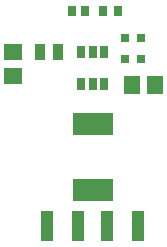
<source format=gtp>
G04*
G04 #@! TF.GenerationSoftware,Altium Limited,Altium Designer,20.1.14 (287)*
G04*
G04 Layer_Color=8421504*
%FSLAX25Y25*%
%MOIN*%
G70*
G04*
G04 #@! TF.SameCoordinates,58FA20B0-04EF-4904-8C8B-07311CCFBB01*
G04*
G04*
G04 #@! TF.FilePolarity,Positive*
G04*
G01*
G75*
%ADD13R,0.05315X0.06102*%
%ADD14R,0.02756X0.02756*%
G04:AMPARAMS|DCode=15|XSize=43.31mil|YSize=23.62mil|CornerRadius=2.01mil|HoleSize=0mil|Usage=FLASHONLY|Rotation=90.000|XOffset=0mil|YOffset=0mil|HoleType=Round|Shape=RoundedRectangle|*
%AMROUNDEDRECTD15*
21,1,0.04331,0.01961,0,0,90.0*
21,1,0.03929,0.02362,0,0,90.0*
1,1,0.00402,0.00980,0.01965*
1,1,0.00402,0.00980,-0.01965*
1,1,0.00402,-0.00980,-0.01965*
1,1,0.00402,-0.00980,0.01965*
%
%ADD15ROUNDEDRECTD15*%
%ADD16R,0.04331X0.10236*%
%ADD17R,0.13386X0.07284*%
%ADD18R,0.06102X0.05315*%
%ADD19R,0.03740X0.05315*%
%ADD20R,0.02756X0.03347*%
%ADD21R,0.03150X0.03740*%
D13*
X172437Y447000D02*
D03*
X164563D02*
D03*
D14*
X167756Y462500D02*
D03*
X162244D02*
D03*
X167756Y455500D02*
D03*
X162244D02*
D03*
D15*
X147760Y457815D02*
D03*
X151500D02*
D03*
X155240D02*
D03*
Y447185D02*
D03*
X151500D02*
D03*
X147760D02*
D03*
D16*
X136382Y400000D02*
D03*
X146618D02*
D03*
X166618D02*
D03*
X156382D02*
D03*
D17*
X151500Y433850D02*
D03*
Y412000D02*
D03*
D18*
X125000Y450063D02*
D03*
Y457937D02*
D03*
D19*
X140051Y458000D02*
D03*
X133949D02*
D03*
D20*
X149028Y471500D02*
D03*
X144500D02*
D03*
D21*
X160059D02*
D03*
X154941D02*
D03*
M02*

</source>
